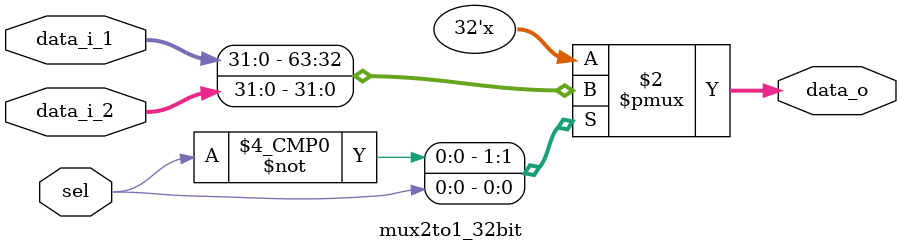
<source format=v>
`timescale 1ns / 1ps


module mux2to1_32bit(
    input wire sel,
    input wire [31:0]data_i_1,
    input wire [31:0]data_i_2,
    output reg [31:0]data_o
    );

    always@ (*)
    begin
        case(sel)
            1'b0: data_o = data_i_1;
            1'b1: data_o = data_i_2;
            default: data_o = 32'h00000000;
        endcase
    end



endmodule

</source>
